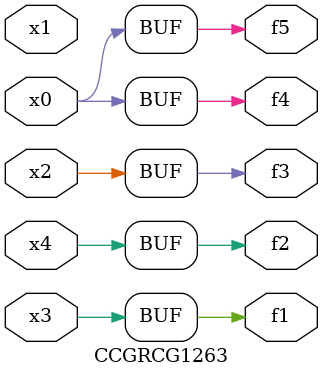
<source format=v>
module CCGRCG1263(
	input x0, x1, x2, x3, x4,
	output f1, f2, f3, f4, f5
);
	assign f1 = x3;
	assign f2 = x4;
	assign f3 = x2;
	assign f4 = x0;
	assign f5 = x0;
endmodule

</source>
